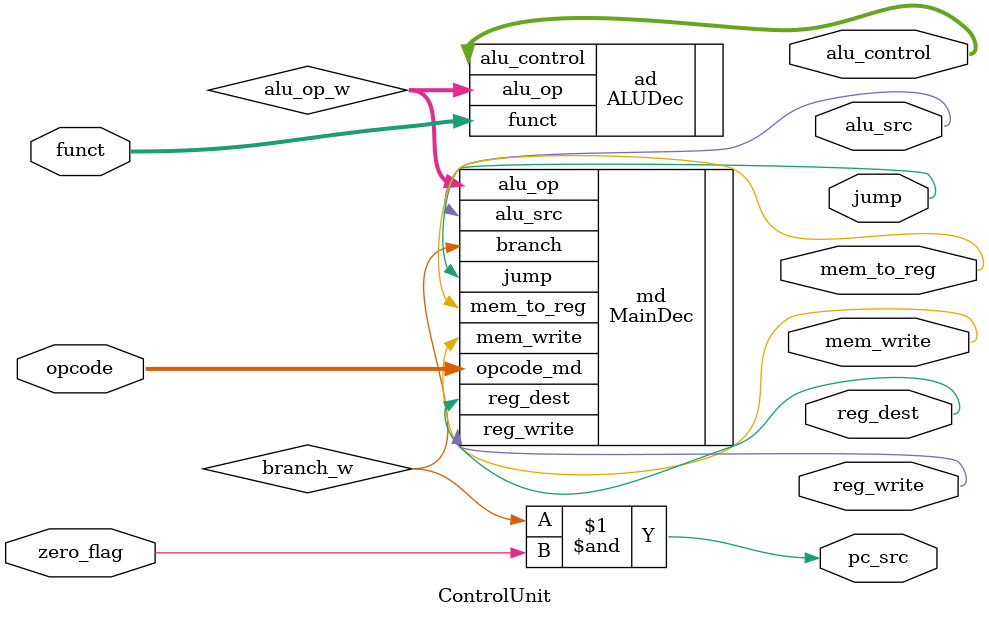
<source format=sv>


module ControlUnit 
//-----------------Ports-----------------\\
(
    input logic [5:0] opcode,
    input logic [5:0] funct,
    input logic       zero_flag,

    output logic [2:0] alu_control,
    output logic mem_to_reg,
    output logic mem_write,
    output logic alu_src,
    output logic reg_dest,
    output logic reg_write,
    output logic jump,
    output logic pc_src
);
//-----------------Control signals-----------------\\
logic [1:0] alu_op_w;
logic       branch_w;

//-----------------Main decoder instance-----------------\\
MainDec md(
    //  Input
    .opcode_md(opcode),

    //  Outputs
    .mem_to_reg(mem_to_reg),
    .mem_write(mem_write),
    .branch(branch_w),
    .alu_src(alu_src),
    .reg_dest(reg_dest),
    .reg_write(reg_write),
    .alu_op(alu_op_w),
    .jump(jump)
);

//-----------------ALU decoder instance-----------------\\
ALUDec ad(
    //  Inputs
    .funct(funct),
    .alu_op(alu_op_w),

    //  Output
    .alu_control(alu_control)
);

//-----------------PC source if branching-----------------\\
assign pc_src = branch_w & zero_flag;

endmodule
</source>
